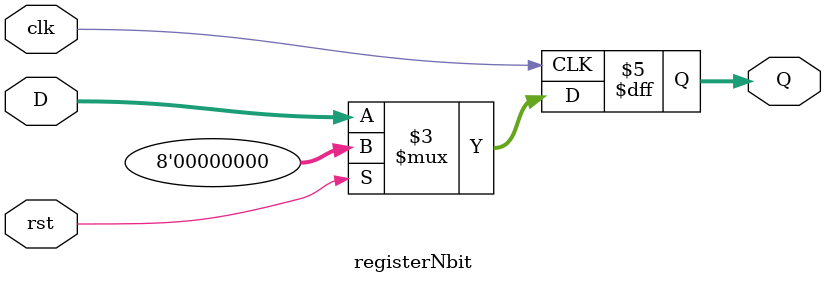
<source format=v>
module registerNbit(Q,D,clk,rst);
parameter N = 8;
input clk,rst;
input [N-1:0] D;
output reg [N-1:0] Q;
always @(posedge clk)
begin
    if(rst)
        Q<={N{1'b0}};
    else
        Q<=D;
end
endmodule
</source>
